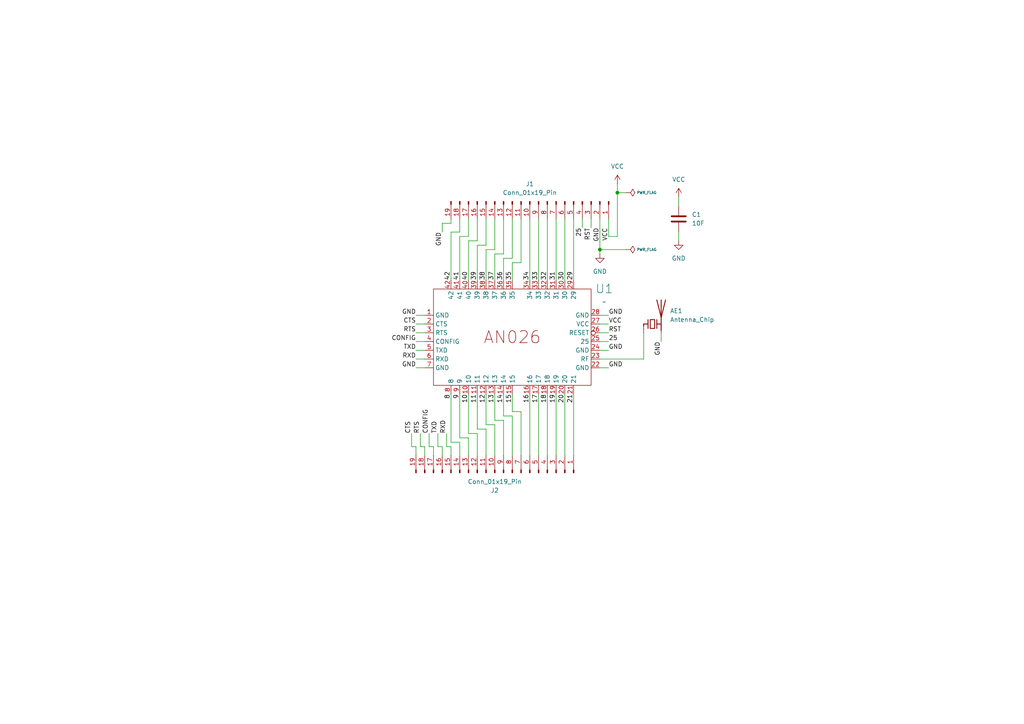
<source format=kicad_sch>
(kicad_sch (version 20250114) (generator "eeschema") (generator_version "9.0")
  (paper "A4")
  (lib_symbols
    (symbol "AN026:AN026"
      (property "Reference" "U" (at 24.638 14.986 0))
      (symbol "AN026_0_1"
        (rectangle (start -22.86 13.97) (end 22.86 -13.97))
      )
      (symbol "AN026_1_1"
        (text "AN026" (at 0 0 0) (effects (font (size 3.5 3.5))))
        (pin power_in line (at -25.4 6.35 0) (length 2.54) (name "GND") (number "1"))
        (pin input line (at -25.4 3.81 0) (length 2.54) (name "CTS") (number "2"))
        (pin output line (at -25.4 1.27 0) (length 2.54) (name "RTS") (number "3"))
        (pin bidirectional line (at -25.4 -1.27 0) (length 2.54) (name "CONFIG") (number "4"))
        (pin output line (at -25.4 -3.81 0) (length 2.54) (name "TXD") (number "5"))
        (pin input line (at -25.4 -6.35 0) (length 2.54) (name "RXD") (number "6"))
        (pin power_in line (at -25.4 -8.89 0) (length 2.54) (name "GND") (number "7"))
        (pin bidirectional line (at -17.78 16.51 270) (length 2.54) (name "42") (number "42"))
        (pin bidirectional line (at -17.78 -16.51 90) (length 2.54) (name "8") (number "8"))
        (pin bidirectional line (at -15.24 16.51 270) (length 2.54) (name "41") (number "41"))
        (pin bidirectional line (at -15.24 -16.51 90) (length 2.54) (name "9") (number "9"))
        (pin bidirectional line (at -12.7 16.51 270) (length 2.54) (name "40") (number "40"))
        (pin bidirectional line (at -12.7 -16.51 90) (length 2.54) (name "10") (number "10"))
        (pin bidirectional line (at -10.16 16.51 270) (length 2.54) (name "39") (number "39"))
        (pin bidirectional line (at -10.16 -16.51 90) (length 2.54) (name "11") (number "11"))
        (pin bidirectional line (at -7.62 16.51 270) (length 2.54) (name "38") (number "38"))
        (pin bidirectional line (at -7.62 -16.51 90) (length 2.54) (name "12") (number "12"))
        (pin bidirectional line (at -5.08 16.51 270) (length 2.54) (name "37") (number "37"))
        (pin bidirectional line (at -5.08 -16.51 90) (length 2.54) (name "13") (number "13"))
        (pin bidirectional line (at -2.54 16.51 270) (length 2.54) (name "36") (number "36"))
        (pin bidirectional line (at -2.54 -16.51 90) (length 2.54) (name "14") (number "14"))
        (pin bidirectional line (at 0 16.51 270) (length 2.54) (name "35") (number "35"))
        (pin bidirectional line (at 0 -16.51 90) (length 2.54) (name "15") (number "15"))
        (pin bidirectional line (at 5.08 16.51 270) (length 2.54) (name "34") (number "34"))
        (pin bidirectional line (at 5.08 -16.51 90) (length 2.54) (name "16") (number "16"))
        (pin bidirectional line (at 7.62 16.51 270) (length 2.54) (name "33") (number "33"))
        (pin bidirectional line (at 7.62 -16.51 90) (length 2.54) (name "17") (number "17"))
        (pin bidirectional line (at 10.16 16.51 270) (length 2.54) (name "32") (number "32"))
        (pin bidirectional line (at 10.16 -16.51 90) (length 2.54) (name "18") (number "18"))
        (pin bidirectional line (at 12.7 16.51 270) (length 2.54) (name "31") (number "31"))
        (pin bidirectional line (at 12.7 -16.51 90) (length 2.54) (name "19") (number "19"))
        (pin bidirectional line (at 15.24 16.51 270) (length 2.54) (name "30") (number "30"))
        (pin bidirectional line (at 15.24 -16.51 90) (length 2.54) (name "20") (number "20"))
        (pin bidirectional line (at 17.78 16.51 270) (length 2.54) (name "29") (number "29"))
        (pin bidirectional line (at 17.78 -16.51 90) (length 2.54) (name "21") (number "21"))
        (pin power_in line (at 25.4 6.35 180) (length 2.54) (name "GND") (number "28"))
        (pin power_in line (at 25.4 3.81 180) (length 2.54) (name "VCC") (number "27"))
        (pin input inverted (at 25.4 1.27 180) (length 2.54) (name "RESET") (number "26"))
        (pin bidirectional line (at 25.4 -1.27 180) (length 2.54) (name "25") (number "25"))
        (pin power_in line (at 25.4 -3.81 180) (length 2.54) (name "GND") (number "24"))
        (pin output line (at 25.4 -6.35 180) (length 2.54) (name "RF") (number "23"))
        (pin power_in line (at 25.4 -8.89 180) (length 2.54) (name "GND") (number "22"))
      )
    )
    (symbol "Connector:Conn_01x19_Pin" (pin_names (offset 1.016) (hide yes))
      (property "Reference" "J" (at 0 25.4 0))
      (property "Value" "Conn_01x19_Pin" (at 0 -25.4 0))
      (symbol "Conn_01x19_Pin_1_1"
        (rectangle (start 0.8636 22.987) (end 0 22.733) (stroke (width 0.1524)) (fill (type outline)))
        (rectangle (start 0.8636 20.447) (end 0 20.193) (stroke (width 0.1524)) (fill (type outline)))
        (rectangle (start 0.8636 17.907) (end 0 17.653) (stroke (width 0.1524)) (fill (type outline)))
        (rectangle (start 0.8636 15.367) (end 0 15.113) (stroke (width 0.1524)) (fill (type outline)))
        (rectangle (start 0.8636 12.827) (end 0 12.573) (stroke (width 0.1524)) (fill (type outline)))
        (rectangle (start 0.8636 10.287) (end 0 10.033) (stroke (width 0.1524)) (fill (type outline)))
        (rectangle (start 0.8636 7.747) (end 0 7.493) (stroke (width 0.1524)) (fill (type outline)))
        (rectangle (start 0.8636 5.207) (end 0 4.953) (stroke (width 0.1524)) (fill (type outline)))
        (rectangle (start 0.8636 2.667) (end 0 2.413) (stroke (width 0.1524)) (fill (type outline)))
        (rectangle (start 0.8636 0.127) (end 0 -0.127) (stroke (width 0.1524)) (fill (type outline)))
        (rectangle (start 0.8636 -2.413) (end 0 -2.667) (stroke (width 0.1524)) (fill (type outline)))
        (rectangle (start 0.8636 -4.953) (end 0 -5.207) (stroke (width 0.1524)) (fill (type outline)))
        (rectangle (start 0.8636 -7.493) (end 0 -7.747) (stroke (width 0.1524)) (fill (type outline)))
        (rectangle (start 0.8636 -10.033) (end 0 -10.287) (stroke (width 0.1524)) (fill (type outline)))
        (rectangle (start 0.8636 -12.573) (end 0 -12.827) (stroke (width 0.1524)) (fill (type outline)))
        (rectangle (start 0.8636 -15.113) (end 0 -15.367) (stroke (width 0.1524)) (fill (type outline)))
        (rectangle (start 0.8636 -17.653) (end 0 -17.907) (stroke (width 0.1524)) (fill (type outline)))
        (rectangle (start 0.8636 -20.193) (end 0 -20.447) (stroke (width 0.1524)) (fill (type outline)))
        (rectangle (start 0.8636 -22.733) (end 0 -22.987) (stroke (width 0.1524)) (fill (type outline)))
        (polyline (pts (xy 1.27 22.86) (xy 0.8636 22.86)) (stroke (width 0.1524)))
        (polyline (pts (xy 1.27 20.32) (xy 0.8636 20.32)) (stroke (width 0.1524)))
        (polyline (pts (xy 1.27 17.78) (xy 0.8636 17.78)) (stroke (width 0.1524)))
        (polyline (pts (xy 1.27 15.24) (xy 0.8636 15.24)) (stroke (width 0.1524)))
        (polyline (pts (xy 1.27 12.7) (xy 0.8636 12.7)) (stroke (width 0.1524)))
        (polyline (pts (xy 1.27 10.16) (xy 0.8636 10.16)) (stroke (width 0.1524)))
        (polyline (pts (xy 1.27 7.62) (xy 0.8636 7.62)) (stroke (width 0.1524)))
        (polyline (pts (xy 1.27 5.08) (xy 0.8636 5.08)) (stroke (width 0.1524)))
        (polyline (pts (xy 1.27 2.54) (xy 0.8636 2.54)) (stroke (width 0.1524)))
        (polyline (pts (xy 1.27 0) (xy 0.8636 0)) (stroke (width 0.1524)))
        (polyline (pts (xy 1.27 -2.54) (xy 0.8636 -2.54)) (stroke (width 0.1524)))
        (polyline (pts (xy 1.27 -5.08) (xy 0.8636 -5.08)) (stroke (width 0.1524)))
        (polyline (pts (xy 1.27 -7.62) (xy 0.8636 -7.62)) (stroke (width 0.1524)))
        (polyline (pts (xy 1.27 -10.16) (xy 0.8636 -10.16)) (stroke (width 0.1524)))
        (polyline (pts (xy 1.27 -12.7) (xy 0.8636 -12.7)) (stroke (width 0.1524)))
        (polyline (pts (xy 1.27 -15.24) (xy 0.8636 -15.24)) (stroke (width 0.1524)))
        (polyline (pts (xy 1.27 -17.78) (xy 0.8636 -17.78)) (stroke (width 0.1524)))
        (polyline (pts (xy 1.27 -20.32) (xy 0.8636 -20.32)) (stroke (width 0.1524)))
        (polyline (pts (xy 1.27 -22.86) (xy 0.8636 -22.86)) (stroke (width 0.1524)))
        (pin passive line (at 5.08 22.86 180) (length 3.81) (name "Pin_1") (number "1"))
        (pin passive line (at 5.08 20.32 180) (length 3.81) (name "Pin_2") (number "2"))
        (pin passive line (at 5.08 17.78 180) (length 3.81) (name "Pin_3") (number "3"))
        (pin passive line (at 5.08 15.24 180) (length 3.81) (name "Pin_4") (number "4"))
        (pin passive line (at 5.08 12.7 180) (length 3.81) (name "Pin_5") (number "5"))
        (pin passive line (at 5.08 10.16 180) (length 3.81) (name "Pin_6") (number "6"))
        (pin passive line (at 5.08 7.62 180) (length 3.81) (name "Pin_7") (number "7"))
        (pin passive line (at 5.08 5.08 180) (length 3.81) (name "Pin_8") (number "8"))
        (pin passive line (at 5.08 2.54 180) (length 3.81) (name "Pin_9") (number "9"))
        (pin passive line (at 5.08 0 180) (length 3.81) (name "Pin_10") (number "10"))
        (pin passive line (at 5.08 -2.54 180) (length 3.81) (name "Pin_11") (number "11"))
        (pin passive line (at 5.08 -5.08 180) (length 3.81) (name "Pin_12") (number "12"))
        (pin passive line (at 5.08 -7.62 180) (length 3.81) (name "Pin_13") (number "13"))
        (pin passive line (at 5.08 -10.16 180) (length 3.81) (name "Pin_14") (number "14"))
        (pin passive line (at 5.08 -12.7 180) (length 3.81) (name "Pin_15") (number "15"))
        (pin passive line (at 5.08 -15.24 180) (length 3.81) (name "Pin_16") (number "16"))
        (pin passive line (at 5.08 -17.78 180) (length 3.81) (name "Pin_17") (number "17"))
        (pin passive line (at 5.08 -20.32 180) (length 3.81) (name "Pin_18") (number "18"))
        (pin passive line (at 5.08 -22.86 180) (length 3.81) (name "Pin_19") (number "19"))
      )
    )
    (symbol "Device:Antenna_Chip" (pin_numbers (hide yes)) (pin_names (offset 1.016) (hide yes))
      (property "Reference" "AE" (at 0 5.08 0))
      (property "Value" "Antenna_Chip" (at 0 3.175 0))
      (symbol "Antenna_Chip_0_1"
        (polyline (pts (xy -2.54 0) (xy -2.54 -0.635)) (stroke (width 0.254)))
        (polyline (pts (xy -2.54 0) (xy -1.27 0)) (stroke (width 0.254)))
        (polyline (pts (xy -1.27 1.27) (xy -1.27 -1.27) (xy -1.27 0)) (stroke (width 0.254)))
        (polyline (pts (xy -0.635 1.27) (xy 0.635 1.27) (xy 0.635 -1.27) (xy -0.635 -1.27) (xy -0.635 1.27)) (stroke (width 0.254)))
        (polyline (pts (xy 1.27 1.27) (xy 1.27 -1.27)) (stroke (width 0.254)))
        (polyline (pts (xy 1.27 0) (xy 2.54 0)) (stroke (width 0.254)))
        (polyline (pts (xy 2.54 6.985) (xy 2.54 -1.905)) (stroke (width 0.254)))
        (polyline (pts (xy 2.54 -0.635) (xy 2.54 0)))
        (polyline (pts (xy 3.81 6.985) (xy 2.54 1.905) (xy 1.27 6.985)) (stroke (width 0.254)))
      )
      (symbol "Antenna_Chip_1_1"
        (pin input line (at -2.54 -2.54 90) (length 2.54) (name "FEED") (number "1"))
        (pin passive line (at 2.54 -2.54 90) (length 2.54) (name "PCB_Trace") (number "2"))
      )
    )
    (symbol "Device:C" (pin_numbers (hide yes)) (pin_names (offset 0.254))
      (property "Reference" "C" (at 0.635 2.54 0))
      (property "Value" "C" (at 0.635 -2.54 0))
      (symbol "C_0_1"
        (polyline (pts (xy -2.032 0.762) (xy 2.032 0.762)) (stroke (width 0.508)))
        (polyline (pts (xy -2.032 -0.762) (xy 2.032 -0.762)) (stroke (width 0.508)))
      )
      (symbol "C_1_1"
        (pin passive line (at 0 3.81 270) (length 2.794) (name "~") (number "1"))
        (pin passive line (at 0 -3.81 90) (length 2.794) (name "~") (number "2"))
      )
    )
    (symbol "power:GND" (power) (pin_numbers (hide yes)) (pin_names (offset 0) (hide yes))
      (property "Value" "GND" (at 0 -3.81 0))
      (symbol "GND_0_1"
        (polyline (pts (xy 0 0) (xy 0 -1.27) (xy 1.27 -1.27) (xy 0 -2.54) (xy -1.27 -1.27) (xy 0 -1.27)))
      )
      (symbol "GND_1_1"
        (pin power_in line (at 0 0 270) (length 0) (name "~") (number "1"))
      )
    )
    (symbol "power:PWR_FLAG" (power) (pin_numbers (hide yes)) (pin_names (offset 0) (hide yes))
      (property "Value" "PWR_FLAG" (at 0 3.81 0))
      (symbol "PWR_FLAG_0_0"
        (pin power_out line (at 0 0 90) (length 0) (name "~") (number "1"))
      )
      (symbol "PWR_FLAG_0_1"
        (polyline (pts (xy 0 0) (xy 0 1.27) (xy -1.016 1.905) (xy 0 2.54) (xy 1.016 1.905) (xy 0 1.27)))
      )
    )
    (symbol "power:VCC" (power) (pin_numbers (hide yes)) (pin_names (offset 0) (hide yes))
      (property "Value" "VCC" (at 0 3.556 0))
      (symbol "VCC_0_1"
        (polyline (pts (xy -0.762 1.27) (xy 0 2.54)))
        (polyline (pts (xy 0 2.54) (xy 0.762 1.27)))
        (polyline (pts (xy 0 0) (xy 0 2.54)))
      )
      (symbol "VCC_1_1"
        (pin power_in line (at 0 0 90) (length 0) (name "~") (number "1"))
      )
    )
  )
  (junction (at 173.99 72.39))
  (junction (at 179.07 55.88))
  (wire (pts (xy 140.97 114.3) (xy 140.97 123.19)))
  (wire (pts (xy 140.97 81.28) (xy 140.97 72.39)))
  (wire (pts (xy 156.21 63.5) (xy 156.21 81.28)))
  (wire (pts (xy 120.65 104.14) (xy 123.19 104.14)))
  (wire (pts (xy 143.51 121.92) (xy 146.05 121.92)))
  (wire (pts (xy 176.53 101.6) (xy 173.99 101.6)))
  (wire (pts (xy 119.38 129.54) (xy 120.65 129.54)))
  (wire (pts (xy 179.07 53.34) (xy 179.07 55.88)))
  (wire (pts (xy 138.43 71.12) (xy 140.97 71.12)))
  (wire (pts (xy 128.27 67.31) (xy 128.27 64.77)))
  (wire (pts (xy 176.53 91.44) (xy 173.99 91.44)))
  (wire (pts (xy 143.51 73.66) (xy 146.05 73.66)))
  (wire (pts (xy 130.81 129.54) (xy 130.81 132.08)))
  (wire (pts (xy 161.29 132.08) (xy 161.29 114.3)))
  (wire (pts (xy 153.67 63.5) (xy 153.67 81.28)))
  (wire (pts (xy 143.51 123.19) (xy 143.51 132.08)))
  (wire (pts (xy 125.73 129.54) (xy 125.73 132.08)))
  (wire (pts (xy 151.13 63.5) (xy 151.13 76.2)))
  (wire (pts (xy 133.35 68.58) (xy 133.35 81.28)))
  (wire (pts (xy 135.89 69.85) (xy 138.43 69.85)))
  (wire (pts (xy 123.19 129.54) (xy 123.19 132.08)))
  (wire (pts (xy 173.99 73.66) (xy 173.99 72.39)))
  (wire (pts (xy 135.89 125.73) (xy 138.43 125.73)))
  (wire (pts (xy 156.21 132.08) (xy 156.21 114.3)))
  (wire (pts (xy 133.35 132.08) (xy 133.35 128.27)))
  (wire (pts (xy 120.65 101.6) (xy 123.19 101.6)))
  (wire (pts (xy 186.69 104.14) (xy 173.99 104.14)))
  (wire (pts (xy 146.05 81.28) (xy 146.05 74.93)))
  (wire (pts (xy 143.51 81.28) (xy 143.51 73.66)))
  (wire (pts (xy 151.13 76.2) (xy 148.59 76.2)))
  (wire (pts (xy 148.59 120.65) (xy 148.59 132.08)))
  (wire (pts (xy 151.13 119.38) (xy 148.59 119.38)))
  (wire (pts (xy 133.35 63.5) (xy 133.35 67.31)))
  (wire (pts (xy 124.46 129.54) (xy 125.73 129.54)))
  (wire (pts (xy 196.85 67.31) (xy 196.85 69.85)))
  (wire (pts (xy 158.75 132.08) (xy 158.75 114.3)))
  (wire (pts (xy 128.27 129.54) (xy 128.27 132.08)))
  (wire (pts (xy 148.59 76.2) (xy 148.59 81.28)))
  (wire (pts (xy 146.05 114.3) (xy 146.05 120.65)))
  (wire (pts (xy 191.77 99.06) (xy 191.77 96.52)))
  (wire (pts (xy 135.89 81.28) (xy 135.89 69.85)))
  (wire (pts (xy 148.59 119.38) (xy 148.59 114.3)))
  (wire (pts (xy 151.13 132.08) (xy 151.13 119.38)))
  (wire (pts (xy 133.35 128.27) (xy 130.81 128.27)))
  (wire (pts (xy 121.92 125.73) (xy 121.92 129.54)))
  (wire (pts (xy 146.05 120.65) (xy 148.59 120.65)))
  (wire (pts (xy 176.53 99.06) (xy 173.99 99.06)))
  (wire (pts (xy 153.67 132.08) (xy 153.67 114.3)))
  (wire (pts (xy 120.65 106.68) (xy 123.19 106.68)))
  (wire (pts (xy 146.05 132.08) (xy 146.05 121.92)))
  (wire (pts (xy 133.35 67.31) (xy 130.81 67.31)))
  (wire (pts (xy 163.83 63.5) (xy 163.83 81.28)))
  (wire (pts (xy 143.51 72.39) (xy 143.51 63.5)))
  (wire (pts (xy 135.89 63.5) (xy 135.89 68.58)))
  (wire (pts (xy 129.54 125.73) (xy 129.54 129.54)))
  (wire (pts (xy 143.51 114.3) (xy 143.51 121.92)))
  (wire (pts (xy 161.29 63.5) (xy 161.29 81.28)))
  (wire (pts (xy 158.75 63.5) (xy 158.75 81.28)))
  (wire (pts (xy 120.65 99.06) (xy 123.19 99.06)))
  (wire (pts (xy 171.45 66.04) (xy 171.45 63.5)))
  (wire (pts (xy 135.89 132.08) (xy 135.89 127)))
  (wire (pts (xy 176.53 63.5) (xy 176.53 68.58)))
  (wire (pts (xy 140.97 72.39) (xy 143.51 72.39)))
  (wire (pts (xy 135.89 114.3) (xy 135.89 125.73)))
  (wire (pts (xy 179.07 55.88) (xy 181.61 55.88)))
  (wire (pts (xy 176.53 93.98) (xy 173.99 93.98)))
  (wire (pts (xy 127 125.73) (xy 127 129.54)))
  (wire (pts (xy 179.07 55.88) (xy 179.07 68.58)))
  (wire (pts (xy 176.53 96.52) (xy 173.99 96.52)))
  (wire (pts (xy 186.69 96.52) (xy 186.69 104.14)))
  (wire (pts (xy 138.43 81.28) (xy 138.43 71.12)))
  (wire (pts (xy 130.81 64.77) (xy 130.81 63.5)))
  (wire (pts (xy 119.38 125.73) (xy 119.38 129.54)))
  (wire (pts (xy 140.97 123.19) (xy 143.51 123.19)))
  (wire (pts (xy 168.91 66.04) (xy 168.91 63.5)))
  (wire (pts (xy 135.89 127) (xy 133.35 127)))
  (wire (pts (xy 128.27 64.77) (xy 130.81 64.77)))
  (wire (pts (xy 135.89 68.58) (xy 133.35 68.58)))
  (wire (pts (xy 138.43 124.46) (xy 140.97 124.46)))
  (wire (pts (xy 146.05 63.5) (xy 146.05 73.66)))
  (wire (pts (xy 196.85 57.15) (xy 196.85 59.69)))
  (wire (pts (xy 133.35 127) (xy 133.35 114.3)))
  (wire (pts (xy 138.43 69.85) (xy 138.43 63.5)))
  (wire (pts (xy 148.59 74.93) (xy 148.59 63.5)))
  (wire (pts (xy 166.37 63.5) (xy 166.37 81.28)))
  (wire (pts (xy 120.65 129.54) (xy 120.65 132.08)))
  (wire (pts (xy 120.65 93.98) (xy 123.19 93.98)))
  (wire (pts (xy 130.81 67.31) (xy 130.81 81.28)))
  (wire (pts (xy 138.43 114.3) (xy 138.43 124.46)))
  (wire (pts (xy 163.83 132.08) (xy 163.83 114.3)))
  (wire (pts (xy 120.65 96.52) (xy 123.19 96.52)))
  (wire (pts (xy 127 129.54) (xy 128.27 129.54)))
  (wire (pts (xy 120.65 91.44) (xy 123.19 91.44)))
  (wire (pts (xy 138.43 125.73) (xy 138.43 132.08)))
  (wire (pts (xy 124.46 125.73) (xy 124.46 129.54)))
  (wire (pts (xy 176.53 106.68) (xy 173.99 106.68)))
  (wire (pts (xy 140.97 71.12) (xy 140.97 63.5)))
  (wire (pts (xy 173.99 72.39) (xy 181.61 72.39)))
  (wire (pts (xy 179.07 68.58) (xy 176.53 68.58)))
  (wire (pts (xy 121.92 129.54) (xy 123.19 129.54)))
  (wire (pts (xy 130.81 114.3) (xy 130.81 128.27)))
  (wire (pts (xy 166.37 132.08) (xy 166.37 114.3)))
  (wire (pts (xy 146.05 74.93) (xy 148.59 74.93)))
  (wire (pts (xy 129.54 129.54) (xy 130.81 129.54)))
  (wire (pts (xy 140.97 124.46) (xy 140.97 132.08)))
  (wire (pts (xy 173.99 63.5) (xy 173.99 72.39)))
  (label "8" (at 130.81 114.3 270))
  (label "36" (at 146.05 81.28 90))
  (label "VCC" (at 176.53 66.04 270))
  (label "GND" (at 176.53 101.6 0))
  (label "RTS" (at 120.65 96.52 180))
  (label "20" (at 163.83 114.3 270))
  (label "33" (at 156.21 81.28 90))
  (label "21" (at 166.37 114.3 270))
  (label "25" (at 168.91 66.04 270))
  (label "38" (at 140.97 81.28 90))
  (label "17" (at 156.21 114.3 270))
  (label "34" (at 153.67 81.28 90))
  (label "31" (at 161.29 81.28 90))
  (label "GND" (at 128.27 67.31 270))
  (label "RXD" (at 129.54 125.73 90))
  (label "CTS" (at 120.65 93.98 180))
  (label "TXD" (at 120.65 101.6 180))
  (label "CONFIG" (at 120.65 99.06 180))
  (label "GND" (at 191.77 99.06 270))
  (label "37" (at 143.51 81.28 90))
  (label "42" (at 130.81 81.28 90))
  (label "VCC" (at 176.53 93.98 0))
  (label "GND" (at 120.65 106.68 180))
  (label "11" (at 138.43 114.3 270))
  (label "GND" (at 173.99 66.04 270))
  (label "RST" (at 176.53 96.52 0))
  (label "25" (at 176.53 99.06 0))
  (label "16" (at 153.67 114.3 270))
  (label "CTS" (at 119.38 125.73 90))
  (label "40" (at 135.89 81.28 90))
  (label "TXD" (at 127 125.73 90))
  (label "35" (at 148.59 81.28 90))
  (label "9" (at 133.35 114.3 270))
  (label "GND" (at 120.65 91.44 180))
  (label "39" (at 138.43 81.28 90))
  (label "GND" (at 176.53 91.44 0))
  (label "RXD" (at 120.65 104.14 180))
  (label "15" (at 148.59 114.3 270))
  (label "29" (at 166.37 81.28 90))
  (label "18" (at 158.75 114.3 270))
  (label "19" (at 161.29 114.3 270))
  (label "14" (at 146.05 114.3 270))
  (label "12" (at 140.97 114.3 270))
  (label "30" (at 163.83 81.28 90))
  (label "41" (at 133.35 81.28 90))
  (label "10" (at 135.89 114.3 270))
  (label "CONFIG" (at 124.46 125.73 90))
  (label "13" (at 143.51 114.3 270))
  (label "RTS" (at 121.92 125.73 90))
  (label "32" (at 158.75 81.28 90))
  (label "GND" (at 176.53 106.68 0))
  (label "RST" (at 171.45 66.04 270))
  (symbol (lib_id "power:VCC") (at 196.85 57.15 0) (unit 1)
    (property "Reference" "#PWR03" (effects (hide yes)))
    (property "Value" "VCC" (at 196.85 52.07 0))
    (property "Description" "Power symbol creates a global label with name \"VCC\"" (effects (hide yes)))
  )
  (symbol (lib_id "Connector:Conn_01x19_Pin") (at 143.51 137.16 270) (mirror x) (unit 1)
    (property "Reference" "J2" (at 143.51 142.24 90))
    (property "Value" "Conn_01x19_Pin" (at 143.51 139.7 90))
    (property "Footprint" "Connector_PinHeader_2.54mm:PinHeader_1x19_P2.54mm_Vertical" (effects (hide yes)))
    (property "Description" "Generic connector, single row, 01x19, script generated" (effects (hide yes)))
  )
  (symbol (lib_id "AN026:AN026") (at 148.59 97.79 0) (unit 1)
    (property "Reference" "U1" (at 175.26 83.7498 0) (effects (font (size 2.54 2.54))))
    (property "Value" "~" (at 175.26 87.5598 0))
    (property "Footprint" "AN026:AN026" (effects (hide yes)))
  )
  (symbol (lib_id "power:VCC") (at 179.07 53.34 0) (unit 1)
    (property "Reference" "#PWR02" (effects (hide yes)))
    (property "Value" "VCC" (at 179.07 48.26 0))
    (property "Description" "Power symbol creates a global label with name \"VCC\"" (effects (hide yes)))
  )
  (symbol (lib_id "Connector:Conn_01x19_Pin") (at 153.67 58.42 270) (unit 1)
    (property "Reference" "J1" (at 153.67 53.34 90))
    (property "Value" "Conn_01x19_Pin" (at 153.67 55.88 90))
    (property "Footprint" "Connector_PinHeader_2.54mm:PinHeader_1x19_P2.54mm_Vertical" (effects (hide yes)))
    (property "Description" "Generic connector, single row, 01x19, script generated" (effects (hide yes)))
  )
  (symbol (lib_id "power:PWR_FLAG") (at 181.61 72.39 270) (unit 1)
    (property "Reference" "#FLG02" (effects (hide yes)))
    (property "Value" "PWR_FLAG" (at 184.658 72.39 90) (effects (font (size 0.762 0.762)) (justify left)))
    (property "Description" "Special symbol for telling ERC where power comes from" (effects (hide yes)))
  )
  (symbol (lib_id "Device:Antenna_Chip") (at 189.23 93.98 0) (unit 1)
    (property "Reference" "AE1" (at 194.31 90.1699 0) (effects (justify left)))
    (property "Value" "Antenna_Chip" (at 194.31 92.7099 0) (effects (justify left)))
    (property "Footprint" "RF_Antenna:Texas_SWRA117D_2.4GHz_Left" (effects (hide yes)))
    (property "Description" "Ceramic chip antenna with pin for PCB trace" (effects (hide yes)))
  )
  (symbol (lib_id "power:GND") (at 173.99 73.66 0) (unit 1)
    (property "Reference" "#PWR01" (effects (hide yes)))
    (property "Value" "GND" (at 173.99 78.74 0))
    (property "Description" "Power symbol creates a global label with name \"GND\" , ground" (effects (hide yes)))
  )
  (symbol (lib_id "power:PWR_FLAG") (at 181.61 55.88 270) (unit 1)
    (property "Reference" "#FLG01" (effects (hide yes)))
    (property "Value" "PWR_FLAG" (at 184.658 55.88 90) (effects (font (size 0.762 0.762)) (justify left)))
    (property "Description" "Special symbol for telling ERC where power comes from" (effects (hide yes)))
  )
  (symbol (lib_id "power:GND") (at 196.85 69.85 0) (unit 1)
    (property "Reference" "#PWR04" (effects (hide yes)))
    (property "Value" "GND" (at 196.85 74.93 0))
    (property "Description" "Power symbol creates a global label with name \"GND\" , ground" (effects (hide yes)))
  )
  (symbol (lib_id "Device:C") (at 196.85 63.5 0) (unit 1)
    (property "Reference" "C1" (at 200.66 62.2299 0) (effects (justify left)))
    (property "Value" "10F" (at 200.66 64.7699 0) (effects (justify left)))
    (property "Footprint" "Capacitor_SMD:C_0805_2012Metric_Pad1.18x1.45mm_HandSolder" (effects (hide yes)))
    (property "Description" "Unpolarized capacitor" (effects (hide yes)))
  )
)
</source>
